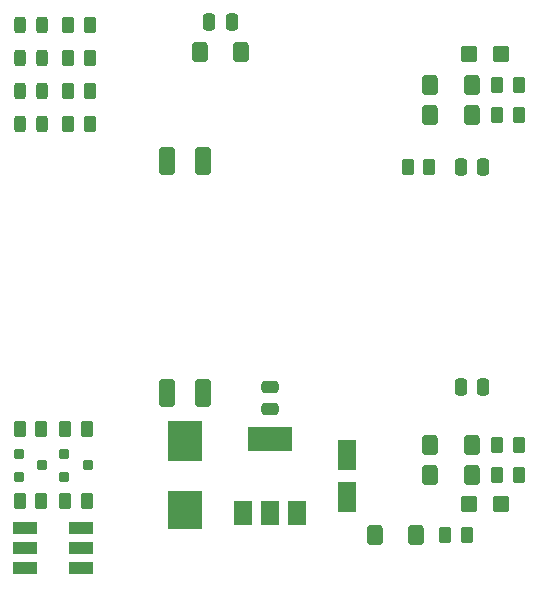
<source format=gbr>
%TF.GenerationSoftware,KiCad,Pcbnew,7.0.1*%
%TF.CreationDate,2023-05-06T15:11:30-03:00*%
%TF.ProjectId,Self_Balancing,53656c66-5f42-4616-9c61-6e63696e672e,rev?*%
%TF.SameCoordinates,Original*%
%TF.FileFunction,Paste,Top*%
%TF.FilePolarity,Positive*%
%FSLAX46Y46*%
G04 Gerber Fmt 4.6, Leading zero omitted, Abs format (unit mm)*
G04 Created by KiCad (PCBNEW 7.0.1) date 2023-05-06 15:11:30*
%MOMM*%
%LPD*%
G01*
G04 APERTURE LIST*
G04 Aperture macros list*
%AMRoundRect*
0 Rectangle with rounded corners*
0 $1 Rounding radius*
0 $2 $3 $4 $5 $6 $7 $8 $9 X,Y pos of 4 corners*
0 Add a 4 corners polygon primitive as box body*
4,1,4,$2,$3,$4,$5,$6,$7,$8,$9,$2,$3,0*
0 Add four circle primitives for the rounded corners*
1,1,$1+$1,$2,$3*
1,1,$1+$1,$4,$5*
1,1,$1+$1,$6,$7*
1,1,$1+$1,$8,$9*
0 Add four rect primitives between the rounded corners*
20,1,$1+$1,$2,$3,$4,$5,0*
20,1,$1+$1,$4,$5,$6,$7,0*
20,1,$1+$1,$6,$7,$8,$9,0*
20,1,$1+$1,$8,$9,$2,$3,0*%
G04 Aperture macros list end*
%ADD10RoundRect,0.250000X0.262500X0.450000X-0.262500X0.450000X-0.262500X-0.450000X0.262500X-0.450000X0*%
%ADD11RoundRect,0.250000X-0.400000X-0.600000X0.400000X-0.600000X0.400000X0.600000X-0.400000X0.600000X0*%
%ADD12RoundRect,0.250000X-0.262500X-0.450000X0.262500X-0.450000X0.262500X0.450000X-0.262500X0.450000X0*%
%ADD13RoundRect,0.200000X-0.250000X-0.200000X0.250000X-0.200000X0.250000X0.200000X-0.250000X0.200000X0*%
%ADD14RoundRect,0.250000X0.475000X-0.250000X0.475000X0.250000X-0.475000X0.250000X-0.475000X-0.250000X0*%
%ADD15RoundRect,0.250000X-0.412500X-0.925000X0.412500X-0.925000X0.412500X0.925000X-0.412500X0.925000X0*%
%ADD16RoundRect,0.250000X0.400000X0.600000X-0.400000X0.600000X-0.400000X-0.600000X0.400000X-0.600000X0*%
%ADD17RoundRect,0.250000X0.250000X0.475000X-0.250000X0.475000X-0.250000X-0.475000X0.250000X-0.475000X0*%
%ADD18R,2.000000X1.100000*%
%ADD19RoundRect,0.250000X0.450000X0.425000X-0.450000X0.425000X-0.450000X-0.425000X0.450000X-0.425000X0*%
%ADD20RoundRect,0.250000X0.550000X-1.050000X0.550000X1.050000X-0.550000X1.050000X-0.550000X-1.050000X0*%
%ADD21RoundRect,0.250000X-0.250000X-0.475000X0.250000X-0.475000X0.250000X0.475000X-0.250000X0.475000X0*%
%ADD22RoundRect,0.243750X-0.243750X-0.456250X0.243750X-0.456250X0.243750X0.456250X-0.243750X0.456250X0*%
%ADD23R,3.000000X3.342000*%
%ADD24R,3.000000X3.469000*%
%ADD25R,1.500000X2.000000*%
%ADD26R,3.800000X2.000000*%
G04 APERTURE END LIST*
D10*
%TO.C,R19*%
X136912500Y-115400000D03*
X135087500Y-115400000D03*
%TD*%
D11*
%TO.C,D2*%
X146500000Y-83450000D03*
X150000000Y-83450000D03*
%TD*%
D12*
%TO.C,R16*%
X171687500Y-86200000D03*
X173512500Y-86200000D03*
%TD*%
D13*
%TO.C,Q1*%
X131150000Y-117500000D03*
X131150000Y-119400000D03*
X133150000Y-118450000D03*
%TD*%
D10*
%TO.C,R9*%
X165912500Y-93200000D03*
X164087500Y-93200000D03*
%TD*%
D14*
%TO.C,C5*%
X152450000Y-113700000D03*
X152450000Y-111800000D03*
%TD*%
D15*
%TO.C,C12*%
X143700000Y-92650000D03*
X146775000Y-92650000D03*
%TD*%
D16*
%TO.C,D7*%
X169500000Y-119250000D03*
X166000000Y-119250000D03*
%TD*%
%TO.C,D10*%
X169500000Y-88750000D03*
X166000000Y-88750000D03*
%TD*%
D17*
%TO.C,C2*%
X170500000Y-111850000D03*
X168600000Y-111850000D03*
%TD*%
D18*
%TO.C,D11*%
X131661200Y-123776000D03*
X131661200Y-125476000D03*
X131661200Y-127176000D03*
X136461200Y-127176000D03*
X136461200Y-125476000D03*
X136461200Y-123776000D03*
%TD*%
D19*
%TO.C,C10*%
X172000000Y-83650000D03*
X169300000Y-83650000D03*
%TD*%
D20*
%TO.C,C3*%
X158950000Y-121150000D03*
X158950000Y-117550000D03*
%TD*%
D15*
%TO.C,C11*%
X143700000Y-112350000D03*
X146775000Y-112350000D03*
%TD*%
D16*
%TO.C,D8*%
X169500000Y-116700000D03*
X166000000Y-116700000D03*
%TD*%
D21*
%TO.C,C8*%
X147300000Y-80950000D03*
X149200000Y-80950000D03*
%TD*%
D22*
%TO.C,D6*%
X131250000Y-81200000D03*
X133125000Y-81200000D03*
%TD*%
D10*
%TO.C,R13*%
X137164000Y-81200000D03*
X135339000Y-81200000D03*
%TD*%
D12*
%TO.C,R14*%
X171687500Y-119250000D03*
X173512500Y-119250000D03*
%TD*%
D19*
%TO.C,C9*%
X172000000Y-121750000D03*
X169300000Y-121750000D03*
%TD*%
D22*
%TO.C,D5*%
X131250000Y-83994000D03*
X133125000Y-83994000D03*
%TD*%
D10*
%TO.C,R11*%
X137164000Y-86788000D03*
X135339000Y-86788000D03*
%TD*%
%TO.C,R12*%
X137164000Y-83994000D03*
X135339000Y-83994000D03*
%TD*%
D13*
%TO.C,Q2*%
X135000000Y-117500000D03*
X135000000Y-119400000D03*
X137000000Y-118450000D03*
%TD*%
D22*
%TO.C,D4*%
X131250000Y-86788000D03*
X133125000Y-86788000D03*
%TD*%
D23*
%TO.C,F1*%
X145250000Y-122251000D03*
D24*
X145250000Y-116385500D03*
%TD*%
D10*
%TO.C,R20*%
X136912500Y-121500000D03*
X135087500Y-121500000D03*
%TD*%
%TO.C,R21*%
X133062500Y-121500000D03*
X131237500Y-121500000D03*
%TD*%
D17*
%TO.C,C1*%
X170500000Y-93200000D03*
X168600000Y-93200000D03*
%TD*%
D25*
%TO.C,U1*%
X150150000Y-122500000D03*
X152450000Y-122500000D03*
D26*
X152450000Y-116200000D03*
D25*
X154750000Y-122500000D03*
%TD*%
D16*
%TO.C,D1*%
X164800000Y-124300000D03*
X161300000Y-124300000D03*
%TD*%
D12*
%TO.C,R15*%
X171687500Y-116700000D03*
X173512500Y-116700000D03*
%TD*%
D10*
%TO.C,R10*%
X137164000Y-89582000D03*
X135339000Y-89582000D03*
%TD*%
%TO.C,R18*%
X133062500Y-115400000D03*
X131237500Y-115400000D03*
%TD*%
D16*
%TO.C,D9*%
X169500000Y-86200000D03*
X166000000Y-86200000D03*
%TD*%
D12*
%TO.C,R5*%
X167287500Y-124300000D03*
X169112500Y-124300000D03*
%TD*%
D22*
%TO.C,D3*%
X131250000Y-89582000D03*
X133125000Y-89582000D03*
%TD*%
D12*
%TO.C,R17*%
X171687500Y-88750000D03*
X173512500Y-88750000D03*
%TD*%
M02*

</source>
